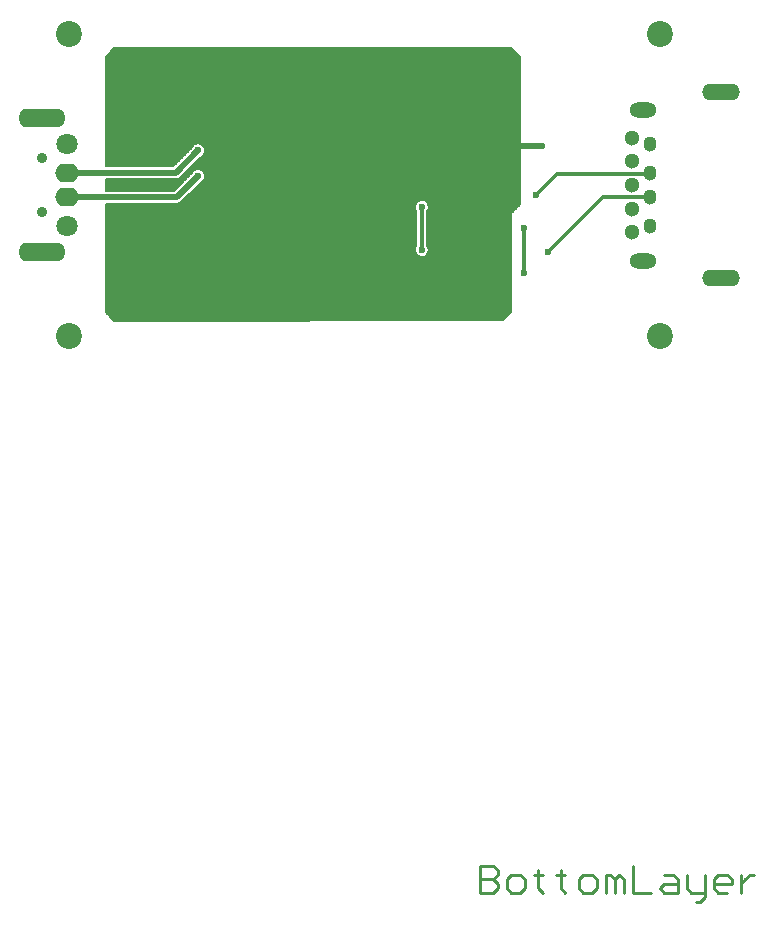
<source format=gbl>
%FSLAX44Y44*%
%MOMM*%
G71*
G01*
G75*
%ADD10O,2.0320X0.3302*%
%ADD11R,0.8000X0.8000*%
%ADD12R,0.9144X0.9144*%
%ADD13R,1.2700X0.9144*%
%ADD14R,0.5600X0.8200*%
%ADD15C,0.2540*%
%ADD16C,0.5000*%
%ADD17C,0.3000*%
%ADD18C,0.2286*%
%ADD19C,2.2000*%
%ADD20O,1.1000X1.3000*%
%ADD21C,1.3000*%
%ADD22O,2.3000X1.3000*%
%ADD23O,3.2000X1.4000*%
%ADD24C,0.9000*%
%ADD25C,1.8000*%
%ADD26O,2.0000X1.6000*%
%ADD27O,4.0000X1.6000*%
%ADD28C,0.6000*%
%ADD29C,0.2032*%
D16*
X2591281Y2275991D02*
X2635881D01*
X2327001Y2232621D02*
X2344971Y2250591D01*
X2234411Y2232621D02*
X2327001D01*
X2325911Y2253121D02*
X2344971Y2272181D01*
X2233911Y2253121D02*
X2325911D01*
D17*
X2534471Y2187786D02*
Y2224551D01*
X2620911Y2168676D02*
Y2206776D01*
X2631151Y2234551D02*
X2648971Y2252371D01*
X2727911D01*
X2641411Y2186371D02*
X2687661Y2232621D01*
X2727661D01*
D18*
X2583638Y1666636D02*
Y1643784D01*
X2595065D01*
X2598874Y1647592D01*
Y1651401D01*
X2595065Y1655210D01*
X2583638D01*
X2595065D01*
X2598874Y1659019D01*
Y1662827D01*
X2595065Y1666636D01*
X2583638D01*
X2610300Y1643784D02*
X2617917D01*
X2621726Y1647592D01*
Y1655210D01*
X2617917Y1659019D01*
X2610300D01*
X2606491Y1655210D01*
Y1647592D01*
X2610300Y1643784D01*
X2633152Y1662827D02*
Y1659019D01*
X2629344D01*
X2636961D01*
X2633152D01*
Y1647592D01*
X2636961Y1643784D01*
X2652196Y1662827D02*
Y1659019D01*
X2648387D01*
X2656005D01*
X2652196D01*
Y1647592D01*
X2656005Y1643784D01*
X2671240D02*
X2678858D01*
X2682666Y1647592D01*
Y1655210D01*
X2678858Y1659019D01*
X2671240D01*
X2667431Y1655210D01*
Y1647592D01*
X2671240Y1643784D01*
X2690284D02*
Y1659019D01*
X2694093D01*
X2697902Y1655210D01*
Y1643784D01*
Y1655210D01*
X2701710Y1659019D01*
X2705519Y1655210D01*
Y1643784D01*
X2713137Y1666636D02*
Y1643784D01*
X2728372D01*
X2739798Y1659019D02*
X2747415D01*
X2751224Y1655210D01*
Y1643784D01*
X2739798D01*
X2735989Y1647592D01*
X2739798Y1651401D01*
X2751224D01*
X2758842Y1659019D02*
Y1647592D01*
X2762650Y1643784D01*
X2774077D01*
Y1639975D01*
X2770268Y1636166D01*
X2766459D01*
X2774077Y1643784D02*
Y1659019D01*
X2793121Y1643784D02*
X2785503D01*
X2781694Y1647592D01*
Y1655210D01*
X2785503Y1659019D01*
X2793121D01*
X2796930Y1655210D01*
Y1651401D01*
X2781694D01*
X2804547Y1659019D02*
Y1643784D01*
Y1651401D01*
X2808356Y1655210D01*
X2812165Y1659019D01*
X2815973D01*
D19*
X2235896Y2370368D02*
D03*
X2735895D02*
D03*
Y2115368D02*
D03*
X2235896D02*
D03*
D20*
X2727695Y2207868D02*
D03*
X2727694Y2232868D02*
D03*
X2727695Y2252868D02*
D03*
Y2277868D02*
D03*
D21*
X2712695Y2282868D02*
D03*
Y2262868D02*
D03*
Y2242868D02*
D03*
Y2222868D02*
D03*
Y2202868D02*
D03*
D22*
X2721649Y2178782D02*
D03*
Y2306798D02*
D03*
D23*
X2787689Y2164304D02*
D03*
Y2321530D02*
D03*
D24*
X2212895Y2265368D02*
D03*
X2212896Y2220368D02*
D03*
D25*
X2233896Y2277868D02*
D03*
Y2207868D02*
D03*
D26*
Y2252868D02*
D03*
Y2232868D02*
D03*
D27*
X2212911Y2185871D02*
D03*
Y2299871D02*
D03*
D28*
X2534471Y2224551D02*
D03*
X2534411Y2187726D02*
D03*
X2620911Y2206776D02*
D03*
Y2168676D02*
D03*
X2641411Y2186371D02*
D03*
X2631151Y2234551D02*
D03*
X2513420Y2247800D02*
D03*
X2635881Y2275991D02*
D03*
X2344971Y2250591D02*
D03*
Y2272181D02*
D03*
X2426161Y2237121D02*
D03*
X2344911Y2315361D02*
D03*
Y2229001D02*
D03*
D29*
X2327001Y2227073D02*
X2329124Y2227496D01*
X2330924Y2228698D01*
X2327001Y2227073D02*
X2329124Y2227496D01*
X2330924Y2228698D01*
X2325911Y2247573D02*
X2328034Y2247996D01*
X2329834Y2249198D01*
X2325911Y2247573D02*
X2328034Y2247996D01*
X2329834Y2249198D01*
X2351019Y2250591D02*
X2350553Y2252919D01*
X2349227Y2254888D01*
X2347245Y2256195D01*
X2344913Y2256639D01*
X2342590Y2256151D01*
X2340634Y2254806D01*
X2339346Y2252812D01*
X2351019Y2272181D02*
X2350553Y2274509D01*
X2349227Y2276478D01*
X2347245Y2277785D01*
X2344913Y2278229D01*
X2342590Y2277741D01*
X2340634Y2276396D01*
X2339346Y2274402D01*
X2529923Y2191780D02*
X2528641Y2189536D01*
X2528412Y2186962D01*
X2529279Y2184527D01*
X2531083Y2182676D01*
X2533496Y2181748D01*
X2536075Y2181912D01*
X2538351Y2183137D01*
X2539907Y2185201D01*
X2540459Y2187726D01*
X2540088Y2189813D01*
X2539019Y2191644D01*
X2540519Y2224551D02*
X2539971Y2227067D01*
X2538426Y2229127D01*
X2536164Y2230358D01*
X2533595Y2230536D01*
X2531185Y2229629D01*
X2529371Y2227802D01*
X2528481Y2225385D01*
X2528677Y2222818D01*
X2529923Y2220565D01*
X2539019D02*
X2540132Y2222422D01*
X2540519Y2224551D01*
X2347192Y2244966D02*
X2349200Y2246267D01*
X2350546Y2248246D01*
X2351019Y2250591D01*
X2347192Y2266556D02*
X2349200Y2267857D01*
X2350546Y2269836D01*
X2351019Y2272181D01*
X2266661Y2135621D02*
X2274162Y2128121D01*
X2274817Y2128122D02*
Y2227073D01*
X2276087Y2128123D02*
Y2227073D01*
X2277357Y2128124D02*
Y2227073D01*
X2278627Y2128125D02*
Y2227073D01*
X2279897Y2128126D02*
Y2227073D01*
X2281167Y2128127D02*
Y2227073D01*
X2282437Y2128128D02*
Y2227073D01*
X2283707Y2128129D02*
Y2227073D01*
X2284977Y2128130D02*
Y2227073D01*
X2286247Y2128131D02*
Y2227073D01*
X2266662D02*
X2266662Y2135621D01*
X2267197Y2135085D02*
Y2227073D01*
X2268467Y2133815D02*
Y2227073D01*
X2271007Y2131276D02*
Y2227073D01*
X2269737Y2132546D02*
Y2227073D01*
X2272277Y2130006D02*
Y2227073D01*
X2287517Y2128132D02*
Y2227073D01*
X2273547Y2128736D02*
Y2227073D01*
X2288787Y2128133D02*
Y2227073D01*
X2290057Y2128134D02*
Y2227073D01*
X2291327Y2128134D02*
Y2227073D01*
X2292597Y2128136D02*
Y2227073D01*
X2293867Y2128136D02*
Y2227073D01*
X2295137Y2128137D02*
Y2227073D01*
X2296407Y2128138D02*
Y2227073D01*
X2297677Y2128139D02*
Y2227073D01*
X2298947Y2128140D02*
Y2227073D01*
X2300217Y2128141D02*
Y2227073D01*
X2301487Y2128142D02*
Y2227073D01*
X2302757Y2128143D02*
Y2227073D01*
X2304027Y2128144D02*
Y2227073D01*
X2305297Y2128145D02*
Y2227073D01*
X2306567Y2128146D02*
Y2227073D01*
X2307837Y2128147D02*
Y2227073D01*
X2309107Y2128148D02*
Y2227073D01*
X2310377Y2128149D02*
Y2227073D01*
X2311647Y2128150D02*
Y2227073D01*
X2312917Y2128151D02*
Y2227073D01*
X2314187Y2128152D02*
Y2227073D01*
X2315457Y2128153D02*
Y2227073D01*
X2316727Y2128154D02*
Y2227073D01*
X2317997Y2128155D02*
Y2227073D01*
X2319267Y2128156D02*
Y2227073D01*
X2266662Y2238169D02*
Y2243621D01*
X2267197Y2238169D02*
Y2247573D01*
X2268467Y2238169D02*
Y2247573D01*
X2269737Y2238169D02*
Y2247573D01*
X2271007Y2238169D02*
Y2247573D01*
X2266662Y2227073D02*
X2327001D01*
X2266662Y2238169D02*
X2324703D01*
X2272277D02*
Y2247573D01*
X2273547Y2238169D02*
Y2247573D01*
X2274817Y2238169D02*
Y2247573D01*
X2276087Y2238169D02*
Y2247573D01*
X2277357Y2238169D02*
Y2247573D01*
X2278627Y2238169D02*
Y2247573D01*
X2279897Y2238169D02*
Y2247573D01*
X2281167Y2238169D02*
Y2247573D01*
X2282437Y2238169D02*
Y2247573D01*
X2283707Y2238169D02*
Y2247573D01*
X2284977Y2238169D02*
Y2247573D01*
X2286247Y2238169D02*
Y2247573D01*
X2287517Y2238169D02*
Y2247573D01*
X2288787Y2238169D02*
Y2247573D01*
X2290057Y2238169D02*
Y2247573D01*
X2320537Y2128157D02*
Y2227073D01*
X2321807Y2128158D02*
Y2227073D01*
X2291327Y2238169D02*
Y2247573D01*
X2323077Y2128159D02*
Y2227073D01*
X2292597Y2238169D02*
Y2247573D01*
X2324347Y2128160D02*
Y2227073D01*
X2325617Y2128161D02*
Y2227073D01*
X2326887Y2128162D02*
Y2227073D01*
X2328157Y2128163D02*
Y2227195D01*
X2329427Y2128163D02*
Y2227632D01*
X2330697Y2128165D02*
Y2228484D01*
X2293867Y2238169D02*
Y2247573D01*
X2295137Y2238169D02*
Y2247573D01*
X2296407Y2238169D02*
Y2247573D01*
X2297677Y2238169D02*
Y2247573D01*
X2298947Y2238169D02*
Y2247573D01*
X2300217Y2238169D02*
Y2247573D01*
X2301487Y2238169D02*
Y2247573D01*
X2302757Y2238169D02*
Y2247573D01*
X2304027Y2238169D02*
Y2247573D01*
X2305297Y2238169D02*
Y2247573D01*
X2306567Y2238169D02*
Y2247573D01*
X2267043Y2135240D02*
X2609780D01*
X2266662Y2136510D02*
X2610161D01*
X2266662Y2137780D02*
X2610161D01*
X2266662Y2139050D02*
X2610161D01*
X2266662Y2140320D02*
X2610161D01*
X2266662Y2141590D02*
X2610161D01*
X2266662Y2142860D02*
X2610161D01*
X2266662Y2144130D02*
X2610161D01*
X2266662Y2145400D02*
X2610161D01*
X2266662Y2146670D02*
X2610161D01*
X2266662Y2147940D02*
X2610161D01*
X2266662Y2149210D02*
X2610161D01*
X2266662Y2150480D02*
X2610161D01*
X2266662Y2151750D02*
X2610161D01*
X2266662Y2153020D02*
X2610161D01*
X2266662Y2154290D02*
X2610161D01*
X2266662Y2155560D02*
X2610161D01*
X2266662Y2156830D02*
X2610161D01*
X2266662Y2158100D02*
X2610161D01*
X2266662Y2159370D02*
X2610161D01*
X2266662Y2160640D02*
X2610161D01*
X2266662Y2161910D02*
X2610161D01*
X2273393Y2128890D02*
X2603430D01*
X2274162Y2128121D02*
X2602911Y2128371D01*
X2269583Y2132700D02*
X2607240D01*
X2272123Y2130160D02*
X2604700D01*
X2270853Y2131430D02*
X2605970D01*
X2266662Y2163180D02*
X2610161D01*
X2268313Y2133970D02*
X2608510D01*
X2266662Y2164450D02*
X2610161D01*
X2266662Y2165720D02*
X2610161D01*
X2266662Y2166990D02*
X2610161D01*
X2266662Y2168260D02*
X2610161D01*
X2266662Y2169530D02*
X2610161D01*
X2266662Y2170800D02*
X2610161D01*
X2266662Y2172070D02*
X2610161D01*
X2266662Y2173340D02*
X2610161D01*
X2266662Y2182230D02*
X2531888D01*
X2266662Y2174610D02*
X2610161D01*
X2266662Y2175880D02*
X2610161D01*
X2266662Y2177150D02*
X2610161D01*
X2266662Y2178420D02*
X2610161D01*
X2266662Y2179690D02*
X2610161D01*
X2266662Y2180960D02*
X2610161D01*
X2266662Y2184770D02*
X2529135D01*
X2266662Y2186040D02*
X2528603D01*
X2266662Y2187310D02*
X2528378D01*
X2266662Y2188580D02*
X2528424D01*
X2266662Y2189850D02*
X2528748D01*
X2266662Y2183500D02*
X2530085D01*
X2266662Y2191120D02*
X2529405D01*
X2266662Y2192390D02*
X2529923D01*
X2266662Y2193660D02*
X2529923D01*
X2266662Y2194930D02*
X2529923D01*
X2266662Y2196200D02*
X2529923D01*
X2266662Y2197470D02*
X2529923D01*
X2266662Y2198740D02*
X2529923D01*
X2266662Y2200010D02*
X2529923D01*
X2266662Y2201280D02*
X2529923D01*
X2266662Y2202550D02*
X2529923D01*
X2266662Y2203820D02*
X2529923D01*
X2266662Y2205090D02*
X2529923D01*
X2266662Y2206360D02*
X2529923D01*
X2266662Y2207630D02*
X2529923D01*
X2266662Y2208900D02*
X2529923D01*
X2266662Y2210170D02*
X2529923D01*
X2266662Y2211440D02*
X2529923D01*
X2266662Y2212710D02*
X2529923D01*
X2266662Y2221600D02*
X2529193D01*
X2331967Y2128165D02*
Y2229741D01*
X2333237Y2128166D02*
Y2231011D01*
X2266662Y2213980D02*
X2529923D01*
X2266662Y2215250D02*
X2529923D01*
X2266662Y2216520D02*
X2529923D01*
X2266662Y2217790D02*
X2529923D01*
X2266662Y2219060D02*
X2529923D01*
X2266662Y2220330D02*
X2529923D01*
X2266662Y2222870D02*
X2528662D01*
X2266662Y2224140D02*
X2528437D01*
X2330924Y2228698D02*
X2347192Y2244966D01*
X2266662Y2225410D02*
X2528485D01*
X2266662Y2226680D02*
X2528810D01*
X2329994Y2227950D02*
X2529468D01*
X2331446Y2229220D02*
X2530626D01*
X2332716Y2230490D02*
X2533324D01*
X2333986Y2231760D02*
X2617661D01*
X2266662Y2243621D02*
Y2247573D01*
Y2258669D02*
X2323613D01*
X2266662D02*
X2266662Y2351621D01*
X2267197Y2258669D02*
Y2352157D01*
X2268467Y2258669D02*
Y2353427D01*
X2266662Y2239380D02*
X2325914D01*
X2266662Y2240650D02*
X2327184D01*
X2266662Y2241920D02*
X2328454D01*
X2266662Y2243190D02*
X2329724D01*
X2266662Y2244460D02*
X2330994D01*
X2266662Y2247573D02*
X2325911D01*
X2269737Y2258669D02*
Y2354697D01*
X2271007Y2258669D02*
Y2355967D01*
X2266662Y2351621D02*
X2273911Y2358871D01*
X2272277Y2258669D02*
Y2357237D01*
X2273547Y2258669D02*
Y2358507D01*
X2266662Y2259700D02*
X2324644D01*
X2266662Y2260970D02*
X2325914D01*
X2266662Y2262240D02*
X2327184D01*
X2266662Y2263510D02*
X2328454D01*
X2266662Y2264780D02*
X2329724D01*
X2266662Y2266050D02*
X2330994D01*
X2307837Y2238169D02*
Y2247573D01*
X2309107Y2238169D02*
Y2247573D01*
X2310377Y2238169D02*
Y2247573D01*
X2311647Y2238169D02*
Y2247573D01*
X2312917Y2238169D02*
Y2247573D01*
X2314187Y2238169D02*
Y2247573D01*
X2315457Y2238169D02*
Y2247573D01*
X2316727Y2238169D02*
Y2247573D01*
X2317997Y2238169D02*
Y2247573D01*
X2319267Y2238169D02*
Y2247573D01*
X2320537Y2238169D02*
Y2247573D01*
X2321807Y2238169D02*
Y2247573D01*
X2323077Y2238169D02*
Y2247573D01*
X2274817Y2258669D02*
Y2358871D01*
X2324347Y2238169D02*
Y2247573D01*
X2325617Y2239083D02*
Y2247573D01*
X2326887Y2240353D02*
Y2247660D01*
X2328157Y2241623D02*
Y2248048D01*
X2329427Y2242893D02*
Y2248830D01*
X2330697Y2244163D02*
Y2250061D01*
X2276087Y2258669D02*
Y2358871D01*
X2277357Y2258669D02*
Y2358871D01*
X2278627Y2258669D02*
Y2358871D01*
X2279897Y2258669D02*
Y2358871D01*
X2281167Y2258669D02*
Y2358871D01*
X2282437Y2258669D02*
Y2358871D01*
X2283707Y2258669D02*
Y2358871D01*
X2284977Y2258669D02*
Y2358871D01*
X2286247Y2258669D02*
Y2358871D01*
X2287517Y2258669D02*
Y2358871D01*
X2288787Y2258669D02*
Y2358871D01*
X2290057Y2258669D02*
Y2358871D01*
X2291327Y2258669D02*
Y2358871D01*
X2292597Y2258669D02*
Y2358871D01*
X2293867Y2258669D02*
Y2358871D01*
X2295137Y2258669D02*
Y2358871D01*
X2296407Y2258669D02*
Y2358871D01*
X2297677Y2258669D02*
Y2358871D01*
X2298947Y2258669D02*
Y2358871D01*
X2300217Y2258669D02*
Y2358871D01*
X2301487Y2258669D02*
Y2358871D01*
X2302757Y2258669D02*
Y2358871D01*
X2304027Y2258669D02*
Y2358871D01*
X2305297Y2258669D02*
Y2358871D01*
X2306567Y2258669D02*
Y2358871D01*
X2307837Y2258669D02*
Y2358871D01*
X2309107Y2258669D02*
Y2358871D01*
X2310377Y2258669D02*
Y2358871D01*
X2311647Y2258669D02*
Y2358871D01*
X2312917Y2258669D02*
Y2358871D01*
X2314187Y2258669D02*
Y2358871D01*
X2315457Y2258669D02*
Y2358871D01*
X2316727Y2258669D02*
Y2358871D01*
X2317997Y2258669D02*
Y2358871D01*
X2319267Y2258669D02*
Y2358871D01*
X2320537Y2258669D02*
Y2358871D01*
X2321807Y2258669D02*
Y2358871D01*
X2323077Y2258669D02*
Y2358871D01*
X2324347Y2259403D02*
Y2358871D01*
X2325617Y2260673D02*
Y2358871D01*
X2326887Y2261943D02*
Y2358871D01*
X2328157Y2263213D02*
Y2358871D01*
X2329427Y2264483D02*
Y2358871D01*
X2330697Y2265753D02*
Y2358871D01*
X2266662Y2245730D02*
X2332264D01*
X2266662Y2247000D02*
X2333534D01*
X2266662Y2267320D02*
X2332264D01*
X2266662Y2268590D02*
X2333534D01*
X2266662Y2269860D02*
X2334804D01*
X2266662Y2271130D02*
X2336074D01*
X2266662Y2272400D02*
X2337344D01*
X2266662Y2273670D02*
X2338614D01*
X2266662Y2274940D02*
X2339589D01*
X2266662Y2276210D02*
X2340460D01*
X2266662Y2277480D02*
X2342055D01*
X2266662Y2278750D02*
X2617661D01*
X2266662Y2280020D02*
X2617661D01*
X2266662Y2281290D02*
X2617661D01*
X2266662Y2282560D02*
X2617661D01*
X2266662Y2283830D02*
X2617661D01*
X2266662Y2285100D02*
X2617661D01*
X2266662Y2286370D02*
X2617661D01*
X2266662Y2287640D02*
X2617661D01*
X2266662Y2288910D02*
X2617661D01*
X2266662Y2290180D02*
X2617661D01*
X2266662Y2291450D02*
X2617661D01*
X2328602Y2248270D02*
X2334804D01*
X2330176Y2249540D02*
X2336074D01*
X2331967Y2245433D02*
Y2251331D01*
X2333237Y2246703D02*
Y2252601D01*
X2334507Y2247973D02*
Y2253871D01*
X2324703Y2238169D02*
X2339346Y2252812D01*
X2331446Y2250810D02*
X2337344D01*
X2332716Y2252080D02*
X2338614D01*
X2323613Y2258669D02*
X2339346Y2274402D01*
X2329834Y2249198D02*
X2347192Y2266556D01*
X2333986Y2253350D02*
X2339589D01*
X2266662Y2292720D02*
X2617661D01*
X2266662Y2293990D02*
X2617661D01*
X2266662Y2295260D02*
X2617661D01*
X2266662Y2296530D02*
X2617661D01*
X2266662Y2297800D02*
X2617661D01*
X2266662Y2299070D02*
X2617661D01*
X2266662Y2300340D02*
X2617661D01*
X2266662Y2301610D02*
X2617661D01*
X2266662Y2302880D02*
X2617661D01*
X2266662Y2304150D02*
X2617661D01*
X2266662Y2305420D02*
X2617661D01*
X2266662Y2306690D02*
X2617661D01*
X2266662Y2307960D02*
X2617661D01*
X2266662Y2309230D02*
X2617661D01*
X2266662Y2310500D02*
X2617661D01*
X2266662Y2311770D02*
X2617661D01*
X2266662Y2313040D02*
X2617661D01*
X2266662Y2314310D02*
X2617661D01*
X2266662Y2315580D02*
X2617661D01*
X2266662Y2316850D02*
X2617661D01*
X2266662Y2318120D02*
X2617661D01*
X2266662Y2319390D02*
X2617661D01*
X2266662Y2320660D02*
X2617661D01*
X2266662Y2321930D02*
X2617661D01*
X2266662Y2323200D02*
X2617661D01*
X2266662Y2324470D02*
X2617661D01*
X2266662Y2325740D02*
X2617661D01*
X2266662Y2327010D02*
X2617661D01*
X2266662Y2328280D02*
X2617661D01*
X2266662Y2329550D02*
X2617661D01*
X2266662Y2330820D02*
X2617661D01*
X2266662Y2332090D02*
X2617661D01*
X2266662Y2333360D02*
X2617661D01*
X2266662Y2334630D02*
X2617661D01*
X2266662Y2335900D02*
X2617661D01*
X2266662Y2337170D02*
X2617661D01*
X2331967Y2267023D02*
Y2358871D01*
X2333237Y2268293D02*
Y2358871D01*
X2266662Y2338440D02*
X2617661D01*
X2266662Y2339710D02*
X2617661D01*
X2266662Y2340980D02*
X2617661D01*
X2266662Y2342250D02*
X2617661D01*
X2266662Y2343520D02*
X2617661D01*
X2266662Y2344790D02*
X2617661D01*
X2268720Y2353680D02*
X2614853D01*
X2269990Y2354950D02*
X2613583D01*
X2271260Y2356220D02*
X2612313D01*
X2272530Y2357490D02*
X2611043D01*
X2273911Y2358871D02*
X2609661D01*
X2273800Y2358760D02*
X2609773D01*
X2266662Y2346060D02*
X2617661D01*
X2266662Y2347330D02*
X2617661D01*
X2266662Y2348600D02*
X2617661D01*
X2266662Y2349870D02*
X2617661D01*
X2266662Y2351140D02*
X2617393D01*
X2267450Y2352410D02*
X2616123D01*
X2334507Y2128167D02*
Y2232281D01*
X2335777Y2128168D02*
Y2233551D01*
X2337047Y2128169D02*
Y2234821D01*
X2338317Y2128170D02*
Y2236091D01*
X2339587Y2128171D02*
Y2237361D01*
X2340857Y2128172D02*
Y2238631D01*
X2342127Y2128173D02*
Y2239901D01*
X2343397Y2128174D02*
Y2241171D01*
X2344667Y2128175D02*
Y2242441D01*
X2345937Y2128176D02*
Y2243711D01*
X2347207Y2128177D02*
Y2244972D01*
X2348477Y2128178D02*
Y2245663D01*
X2349747Y2128179D02*
Y2246881D01*
X2351017Y2128180D02*
Y2250434D01*
X2352287Y2128181D02*
Y2358871D01*
X2353557Y2128182D02*
Y2358871D01*
X2354827Y2128183D02*
Y2358871D01*
X2356097Y2128184D02*
Y2358871D01*
X2357367Y2128185D02*
Y2358871D01*
X2358637Y2128186D02*
Y2358871D01*
X2359907Y2128187D02*
Y2358871D01*
X2361177Y2128188D02*
Y2358871D01*
X2362447Y2128189D02*
Y2358871D01*
X2363717Y2128190D02*
Y2358871D01*
X2364987Y2128190D02*
Y2358871D01*
X2366257Y2128192D02*
Y2358871D01*
X2367527Y2128192D02*
Y2358871D01*
X2368797Y2128193D02*
Y2358871D01*
X2370067Y2128194D02*
Y2358871D01*
X2371337Y2128195D02*
Y2358871D01*
X2372607Y2128196D02*
Y2358871D01*
X2373877Y2128197D02*
Y2358871D01*
X2375147Y2128198D02*
Y2358871D01*
X2376417Y2128199D02*
Y2358871D01*
X2377687Y2128200D02*
Y2358871D01*
X2378957Y2128201D02*
Y2358871D01*
X2380227Y2128202D02*
Y2358871D01*
X2381497Y2128203D02*
Y2358871D01*
X2382767Y2128204D02*
Y2358871D01*
X2384037Y2128205D02*
Y2358871D01*
X2385307Y2128206D02*
Y2358871D01*
X2386577Y2128207D02*
Y2358871D01*
X2387847Y2128208D02*
Y2358871D01*
X2389117Y2128209D02*
Y2358871D01*
X2390387Y2128210D02*
Y2358871D01*
X2391657Y2128211D02*
Y2358871D01*
X2392927Y2128212D02*
Y2358871D01*
X2394197Y2128213D02*
Y2358871D01*
X2395467Y2128214D02*
Y2358871D01*
X2396737Y2128215D02*
Y2358871D01*
X2398007Y2128216D02*
Y2358871D01*
X2399277Y2128217D02*
Y2358871D01*
X2400547Y2128217D02*
Y2358871D01*
X2401817Y2128219D02*
Y2358871D01*
X2403087Y2128219D02*
Y2358871D01*
X2404357Y2128220D02*
Y2358871D01*
X2405627Y2128221D02*
Y2358871D01*
X2406897Y2128222D02*
Y2358871D01*
X2408167Y2128223D02*
Y2358871D01*
X2409437Y2128224D02*
Y2358871D01*
X2410707Y2128225D02*
Y2358871D01*
X2411977Y2128226D02*
Y2358871D01*
X2413247Y2128227D02*
Y2358871D01*
X2414517Y2128228D02*
Y2358871D01*
X2415787Y2128229D02*
Y2358871D01*
X2417057Y2128230D02*
Y2358871D01*
X2418327Y2128231D02*
Y2358871D01*
X2419597Y2128232D02*
Y2358871D01*
X2420867Y2128233D02*
Y2358871D01*
X2422137Y2128234D02*
Y2358871D01*
X2423407Y2128235D02*
Y2358871D01*
X2424677Y2128236D02*
Y2358871D01*
X2425947Y2128237D02*
Y2358871D01*
X2427217Y2128238D02*
Y2358871D01*
X2428487Y2128239D02*
Y2358871D01*
X2429757Y2128240D02*
Y2358871D01*
X2431027Y2128241D02*
Y2358871D01*
X2432297Y2128242D02*
Y2358871D01*
X2433567Y2128243D02*
Y2358871D01*
X2434837Y2128244D02*
Y2358871D01*
X2436107Y2128244D02*
Y2358871D01*
X2437377Y2128246D02*
Y2358871D01*
X2438647Y2128246D02*
Y2358871D01*
X2439917Y2128247D02*
Y2358871D01*
X2441187Y2128248D02*
Y2358871D01*
X2442457Y2128249D02*
Y2358871D01*
X2443727Y2128250D02*
Y2358871D01*
X2444997Y2128251D02*
Y2358871D01*
X2446267Y2128252D02*
Y2358871D01*
X2447537Y2128253D02*
Y2358871D01*
X2448807Y2128254D02*
Y2358871D01*
X2450077Y2128255D02*
Y2358871D01*
X2451347Y2128256D02*
Y2358871D01*
X2452617Y2128257D02*
Y2358871D01*
X2453887Y2128258D02*
Y2358871D01*
X2455157Y2128259D02*
Y2358871D01*
X2456427Y2128260D02*
Y2358871D01*
X2457697Y2128261D02*
Y2358871D01*
X2458967Y2128262D02*
Y2358871D01*
X2460237Y2128263D02*
Y2358871D01*
X2461507Y2128264D02*
Y2358871D01*
X2462777Y2128265D02*
Y2358871D01*
X2464047Y2128266D02*
Y2358871D01*
X2465317Y2128267D02*
Y2358871D01*
X2466587Y2128268D02*
Y2358871D01*
X2467857Y2128269D02*
Y2358871D01*
X2469127Y2128270D02*
Y2358871D01*
X2470397Y2128271D02*
Y2358871D01*
X2471667Y2128271D02*
Y2358871D01*
X2472937Y2128273D02*
Y2358871D01*
X2474207Y2128273D02*
Y2358871D01*
X2475477Y2128274D02*
Y2358871D01*
X2476747Y2128275D02*
Y2358871D01*
X2478017Y2128276D02*
Y2358871D01*
X2479287Y2128277D02*
Y2358871D01*
X2480557Y2128278D02*
Y2358871D01*
X2481827Y2128279D02*
Y2358871D01*
X2483097Y2128280D02*
Y2358871D01*
X2484367Y2128281D02*
Y2358871D01*
X2485637Y2128282D02*
Y2358871D01*
X2486907Y2128283D02*
Y2358871D01*
X2531357Y2128317D02*
Y2182506D01*
X2532627Y2128318D02*
Y2181947D01*
X2488177Y2128284D02*
Y2358871D01*
X2528817Y2128315D02*
Y2185428D01*
X2530087Y2128316D02*
Y2183498D01*
X2533897Y2128319D02*
Y2181700D01*
X2535167Y2128320D02*
Y2181726D01*
X2536437Y2128321D02*
Y2182028D01*
X2537707Y2128322D02*
Y2182655D01*
X2538977Y2128323D02*
Y2183760D01*
X2540247Y2128324D02*
Y2186138D01*
X2489447Y2128285D02*
Y2358871D01*
X2490717Y2128286D02*
Y2358871D01*
X2491987Y2128287D02*
Y2358871D01*
X2493257Y2128288D02*
Y2358871D01*
X2494527Y2128289D02*
Y2358871D01*
X2495797Y2128290D02*
Y2358871D01*
X2497067Y2128291D02*
Y2358871D01*
X2498337Y2128292D02*
Y2358871D01*
X2499607Y2128293D02*
Y2358871D01*
X2500877Y2128294D02*
Y2358871D01*
X2502147Y2128295D02*
Y2358871D01*
X2503417Y2128296D02*
Y2358871D01*
X2504687Y2128297D02*
Y2358871D01*
X2505957Y2128298D02*
Y2358871D01*
X2507227Y2128298D02*
Y2358871D01*
X2508497Y2128300D02*
Y2358871D01*
X2509767Y2128300D02*
Y2358871D01*
X2511037Y2128301D02*
Y2358871D01*
X2512307Y2128302D02*
Y2358871D01*
X2513577Y2128303D02*
Y2358871D01*
X2514847Y2128304D02*
Y2358871D01*
X2516117Y2128305D02*
Y2358871D01*
X2517387Y2128306D02*
Y2358871D01*
X2518657Y2128307D02*
Y2358871D01*
X2519927Y2128308D02*
Y2358871D01*
X2521197Y2128309D02*
Y2358871D01*
X2522467Y2128310D02*
Y2358871D01*
X2523737Y2128311D02*
Y2358871D01*
X2525007Y2128312D02*
Y2358871D01*
X2526277Y2128313D02*
Y2358871D01*
X2527547Y2128314D02*
Y2358871D01*
X2541517Y2128325D02*
Y2358871D01*
X2542787Y2128326D02*
Y2358871D01*
X2544057Y2128327D02*
Y2358871D01*
X2545327Y2128327D02*
Y2358871D01*
X2546597Y2128329D02*
Y2358871D01*
X2547867Y2128329D02*
Y2358871D01*
X2549137Y2128330D02*
Y2358871D01*
X2550407Y2128331D02*
Y2358871D01*
X2551677Y2128332D02*
Y2358871D01*
X2552947Y2128333D02*
Y2358871D01*
X2554217Y2128334D02*
Y2358871D01*
X2555487Y2128335D02*
Y2358871D01*
X2556757Y2128336D02*
Y2358871D01*
X2558027Y2128337D02*
Y2358871D01*
X2335256Y2254620D02*
X2340460D01*
X2335777Y2249243D02*
Y2255141D01*
X2337047Y2250513D02*
Y2256411D01*
X2338317Y2251783D02*
Y2257681D01*
X2339587Y2253346D02*
Y2258951D01*
X2336526Y2255890D02*
X2342055D01*
X2340857Y2255024D02*
Y2260221D01*
X2342127Y2255929D02*
Y2261491D01*
X2343397Y2256431D02*
Y2262761D01*
X2344667Y2256632D02*
Y2264031D01*
X2334507Y2269563D02*
Y2358871D01*
X2335777Y2270833D02*
Y2358871D01*
X2337047Y2272103D02*
Y2358871D01*
X2338317Y2273373D02*
Y2358871D01*
X2339587Y2274936D02*
Y2358871D01*
X2345937Y2256562D02*
Y2265301D01*
X2340857Y2276614D02*
Y2358871D01*
X2342127Y2277519D02*
Y2358871D01*
X2343397Y2278021D02*
Y2358871D01*
X2344667Y2278222D02*
Y2358871D01*
X2528817Y2190025D02*
Y2222405D01*
X2529923Y2191780D02*
Y2220565D01*
X2528817Y2226698D02*
Y2358871D01*
X2530087Y2228718D02*
Y2358871D01*
X2531357Y2229736D02*
Y2358871D01*
X2539019Y2191644D02*
Y2220565D01*
X2540247Y2189314D02*
Y2222758D01*
X2347207Y2256211D02*
Y2266562D01*
X2348477Y2255519D02*
Y2267253D01*
X2345937Y2278152D02*
Y2358871D01*
X2348477Y2277109D02*
Y2358871D01*
X2347207Y2277801D02*
Y2358871D01*
X2351017Y2250749D02*
Y2272023D01*
X2349747Y2254302D02*
Y2268471D01*
X2351017Y2272339D02*
Y2358871D01*
X2349747Y2275892D02*
Y2358871D01*
X2559297Y2128338D02*
Y2358871D01*
X2560567Y2128339D02*
Y2358871D01*
X2561837Y2128340D02*
Y2358871D01*
X2563107Y2128341D02*
Y2358871D01*
X2564377Y2128342D02*
Y2358871D01*
X2565647Y2128343D02*
Y2358871D01*
X2566917Y2128344D02*
Y2358871D01*
X2568187Y2128345D02*
Y2358871D01*
X2569457Y2128346D02*
Y2358871D01*
X2570727Y2128347D02*
Y2358871D01*
X2571997Y2128348D02*
Y2358871D01*
X2532627Y2230311D02*
Y2358871D01*
X2533897Y2230572D02*
Y2358871D01*
X2535167Y2230559D02*
Y2358871D01*
X2537707Y2229661D02*
Y2358871D01*
X2536437Y2230271D02*
Y2358871D01*
X2538977Y2228586D02*
Y2358871D01*
X2573267Y2128349D02*
Y2358871D01*
X2540247Y2226345D02*
Y2358871D01*
X2574537Y2128350D02*
Y2358871D01*
X2575807Y2128351D02*
Y2358871D01*
X2577077Y2128352D02*
Y2358871D01*
X2578347Y2128353D02*
Y2358871D01*
X2579617Y2128353D02*
Y2358871D01*
X2580887Y2128354D02*
Y2358871D01*
X2582157Y2128356D02*
Y2358871D01*
X2583427Y2128356D02*
Y2358871D01*
X2584697Y2128357D02*
Y2358871D01*
X2585967Y2128358D02*
Y2358871D01*
X2587237Y2128359D02*
Y2358871D01*
X2588507Y2128360D02*
Y2358871D01*
X2589777Y2128361D02*
Y2358871D01*
X2591047Y2128362D02*
Y2358871D01*
X2592317Y2128363D02*
Y2358871D01*
X2593587Y2128364D02*
Y2358871D01*
X2594857Y2128365D02*
Y2358871D01*
X2596127Y2128366D02*
Y2358871D01*
X2597397Y2128367D02*
Y2358871D01*
X2598667Y2128368D02*
Y2358871D01*
X2599937Y2128369D02*
Y2358871D01*
X2601207Y2128370D02*
Y2358871D01*
X2602477Y2128371D02*
Y2358871D01*
X2603747Y2129207D02*
Y2358871D01*
X2605017Y2130477D02*
Y2358871D01*
X2536935Y2182230D02*
X2610161D01*
X2538737Y2183500D02*
X2610161D01*
X2539418Y2191120D02*
X2610161D01*
X2539019Y2192390D02*
X2610161D01*
X2539019Y2193660D02*
X2610161D01*
X2539019Y2194930D02*
X2610161D01*
X2539019Y2196200D02*
X2610161D01*
X2539019Y2197470D02*
X2610161D01*
X2539019Y2198740D02*
X2610161D01*
X2539019Y2200010D02*
X2610161D01*
X2539019Y2201280D02*
X2610161D01*
X2539019Y2202550D02*
X2610161D01*
X2539019Y2203820D02*
X2610161D01*
X2539019Y2205090D02*
X2610161D01*
X2539019Y2206360D02*
X2610161D01*
X2539019Y2207630D02*
X2610161D01*
X2538316Y2229220D02*
X2617661D01*
X2539019Y2208900D02*
X2610161D01*
X2539019Y2210170D02*
X2610161D01*
X2335256Y2233030D02*
X2617661D01*
X2535618Y2230490D02*
X2617661D01*
X2336526Y2234300D02*
X2617661D01*
X2539688Y2184770D02*
X2610161D01*
X2602911Y2128371D02*
X2610161Y2135621D01*
X2540219Y2186040D02*
X2610161D01*
Y2135621D02*
Y2219121D01*
X2540445Y2187310D02*
X2610161D01*
X2539019Y2211440D02*
X2610161D01*
X2540399Y2188580D02*
X2610161D01*
X2540074Y2189850D02*
X2610161D01*
X2539019Y2212710D02*
X2610161D01*
X2539019Y2213980D02*
X2610161D01*
X2539019Y2215250D02*
X2610161D01*
X2539019Y2216520D02*
X2610161D01*
X2539019Y2217790D02*
X2610161D01*
X2539019Y2219060D02*
X2610161D01*
X2539019Y2220330D02*
X2611370D01*
X2539750Y2221600D02*
X2612640D01*
X2540281Y2222870D02*
X2613910D01*
X2540505Y2224140D02*
X2615180D01*
X2540458Y2225410D02*
X2616450D01*
X2539474Y2227950D02*
X2617661D01*
X2610161Y2219121D02*
X2617661Y2226621D01*
X2540132Y2226680D02*
X2617661D01*
X2337796Y2235570D02*
X2617661D01*
X2339066Y2236840D02*
X2617661D01*
X2340336Y2238110D02*
X2617661D01*
X2341606Y2239380D02*
X2617661D01*
X2342876Y2240650D02*
X2617661D01*
X2344146Y2241920D02*
X2617661D01*
X2345416Y2243190D02*
X2617661D01*
X2346686Y2244460D02*
X2617661D01*
X2347888Y2255890D02*
X2617661D01*
X2348569Y2245730D02*
X2617661D01*
X2349482Y2254620D02*
X2617661D01*
X2337796Y2257160D02*
X2617661D01*
X2339066Y2258430D02*
X2617661D01*
X2340336Y2259700D02*
X2617661D01*
X2341606Y2260970D02*
X2617661D01*
X2342876Y2262240D02*
X2617661D01*
X2344146Y2263510D02*
X2617661D01*
X2345416Y2264780D02*
X2617661D01*
X2346686Y2266050D02*
X2617661D01*
X2347888Y2277480D02*
X2617661D01*
X2348569Y2267320D02*
X2617661D01*
X2349482Y2276210D02*
X2617661D01*
X2610097Y2135557D02*
Y2358436D01*
X2611367Y2220327D02*
Y2357166D01*
X2606287Y2131747D02*
Y2358871D01*
X2607557Y2133017D02*
Y2358871D01*
X2608827Y2134287D02*
Y2358871D01*
X2349837Y2247000D02*
X2617661D01*
X2616447Y2225407D02*
Y2352086D01*
X2617661Y2226621D02*
Y2350871D01*
X2612637Y2221597D02*
Y2355896D01*
X2613907Y2222867D02*
Y2354626D01*
X2615177Y2224137D02*
Y2353356D01*
X2350556Y2248270D02*
X2617661D01*
X2350927Y2249540D02*
X2617661D01*
X2351015Y2250810D02*
X2617661D01*
X2349837Y2268590D02*
X2617661D01*
X2350833Y2252080D02*
X2617661D01*
X2350354Y2253350D02*
X2617661D01*
X2350556Y2269860D02*
X2617661D01*
X2350927Y2271130D02*
X2617661D01*
X2351015Y2272400D02*
X2617661D01*
X2350833Y2273670D02*
X2617661D01*
X2350354Y2274940D02*
X2617661D01*
X2609661Y2358871D02*
X2617661Y2350871D01*
M02*

</source>
